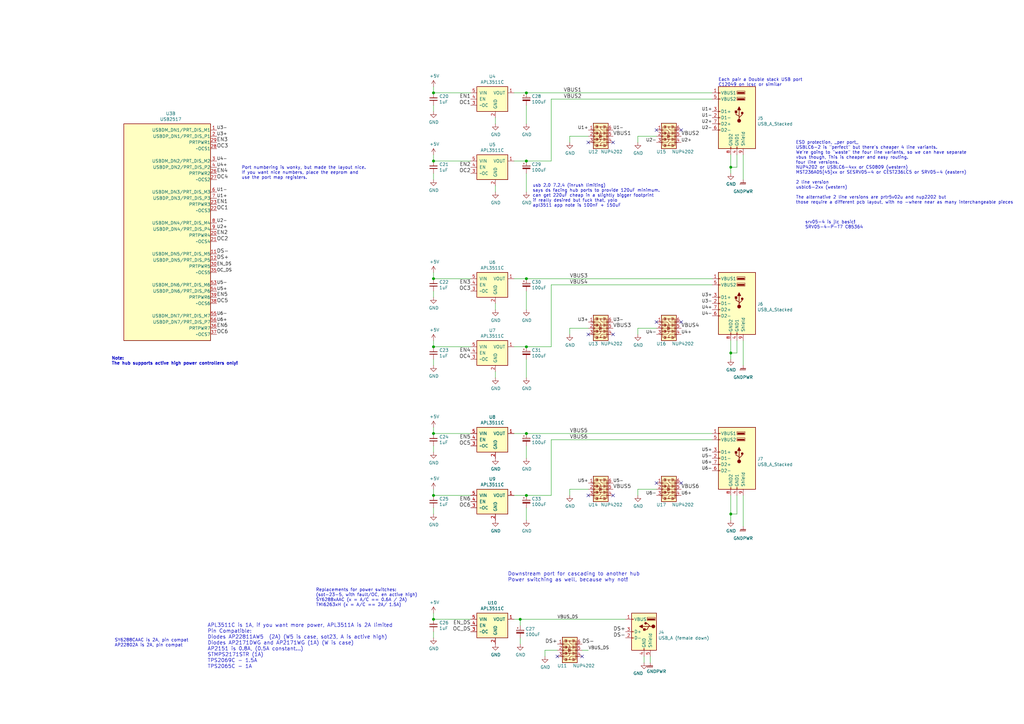
<source format=kicad_sch>
(kicad_sch (version 20211123) (generator eeschema)
  (paper "A3")
  (lib_symbols
    (symbol "Connector:USB_A" (pin_names (offset 1.016))
      (property "Reference" "J" (at -5.08 11.43 0))
      (property "Value" "USB_A" (at -5.08 8.89 0))
      (symbol "USB_A_0_1"
        (rectangle (start -5.08 -7.62) (end 5.08 7.62) (stroke (width 0.254)) (fill (type background)))
        (circle (center -3.81 2.159) (radius 0.635) (stroke (width 0.254)) (fill (type outline)))
        (rectangle (start -1.524 4.826) (end -4.318 5.334) (fill (type outline)))
        (rectangle (start -1.27 4.572) (end -4.572 5.842))
        (circle (center -0.635 3.429) (radius 0.381) (stroke (width 0.254)) (fill (type outline)))
        (rectangle (start -0.127 -7.62) (end 0.127 -6.858))
        (polyline (pts (xy -3.175 2.159) (xy -2.54 2.159) (xy -1.27 3.429) (xy -0.635 3.429)) (stroke (width 0.254)))
        (polyline (pts (xy -2.54 2.159) (xy -1.905 2.159) (xy -1.27 0.889) (xy 0 0.889)) (stroke (width 0.254)))
        (polyline (pts (xy 0.635 2.794) (xy 0.635 1.524) (xy 1.905 2.159) (xy 0.635 2.794)) (stroke (width 0.254)) (fill (type outline)))
        (rectangle (start 0.254 1.27) (end -0.508 0.508) (stroke (width 0.254)) (fill (type outline)))
        (rectangle (start 5.08 -2.667) (end 4.318 -2.413))
        (rectangle (start 5.08 -0.127) (end 4.318 0.127))
        (rectangle (start 5.08 4.953) (end 4.318 5.207))
      )
      (symbol "USB_A_1_1"
        (polyline (pts (xy -1.905 2.159) (xy 0.635 2.159)) (stroke (width 0.254)))
        (pin power_in line (at 7.62 5.08 180) (length 2.54) (name "VBUS") (number "1"))
        (pin bidirectional line (at 7.62 -2.54 180) (length 2.54) (name "D-") (number "2"))
        (pin bidirectional line (at 7.62 0 180) (length 2.54) (name "D+") (number "3"))
        (pin power_in line (at 0 -10.16 90) (length 2.54) (name "GND") (number "4"))
        (pin passive line (at -2.54 -10.16 90) (length 2.54) (name "Shield") (number "5"))
      )
    )
    (symbol "Connector:USB_A_Stacked" (pin_names (offset 1.016))
      (property "Reference" "J" (at 0 15.875 0))
      (property "Value" "USB_A_Stacked" (at 0 13.97 0))
      (symbol "USB_A_Stacked_0_1"
        (rectangle (start -7.62 12.7) (end 7.62 -12.7) (stroke (width 0.254)) (fill (type background)))
        (circle (center -2.159 1.905) (radius 0.381) (stroke (width 0.254)) (fill (type outline)))
        (circle (center -0.889 -1.27) (radius 0.635) (stroke (width 0.254)) (fill (type outline)))
        (rectangle (start -0.254 7.366) (end -3.048 7.874) (fill (type outline)))
        (rectangle (start -0.254 9.906) (end -3.048 10.414) (fill (type outline)))
        (rectangle (start -0.127 -12.7) (end 0.127 -11.938))
        (polyline (pts (xy -1.524 3.175) (xy -0.254 3.175) (xy -0.889 4.445) (xy -1.524 3.175)) (stroke (width 0.254)) (fill (type outline)))
        (polyline (pts (xy -0.889 -0.635) (xy -0.889 0) (xy -2.159 1.27) (xy -2.159 1.905)) (stroke (width 0.254)))
        (polyline (pts (xy -0.889 0) (xy -0.889 0.635) (xy 0.381 1.27) (xy 0.381 2.54)) (stroke (width 0.254)))
        (rectangle (start 0 2.794) (end 0.762 2.032) (stroke (width 0.254)) (fill (type outline)))
        (rectangle (start 0 7.112) (end -3.302 8.382))
        (rectangle (start 0 9.652) (end -3.302 10.922))
        (rectangle (start 2.413 -12.7) (end 2.667 -11.938))
        (rectangle (start 7.62 -5.207) (end 6.858 -4.953))
        (rectangle (start 7.62 -2.667) (end 6.858 -2.413))
        (rectangle (start 7.62 -0.127) (end 6.858 0.127))
        (rectangle (start 7.62 2.413) (end 6.858 2.667))
        (rectangle (start 7.62 7.493) (end 6.858 7.747))
        (rectangle (start 7.62 10.033) (end 6.858 10.287))
      )
      (symbol "USB_A_Stacked_1_1"
        (polyline (pts (xy -0.889 0.635) (xy -0.889 3.175)) (stroke (width 0.254)))
        (pin power_in line (at 10.16 10.16 180) (length 2.54) (name "VBUS1") (number "1"))
        (pin bidirectional line (at 10.16 0 180) (length 2.54) (name "D1-") (number "2"))
        (pin bidirectional line (at 10.16 2.54 180) (length 2.54) (name "D1+") (number "3"))
        (pin power_in line (at 0 -15.24 90) (length 2.54) (name "GND1") (number "4"))
        (pin power_in line (at 10.16 7.62 180) (length 2.54) (name "VBUS2") (number "5"))
        (pin bidirectional line (at 10.16 -5.08 180) (length 2.54) (name "D2-") (number "6"))
        (pin bidirectional line (at 10.16 -2.54 180) (length 2.54) (name "D2+") (number "7"))
        (pin power_in line (at 2.54 -15.24 90) (length 2.54) (name "GND2") (number "8"))
        (pin passive line (at -2.54 -15.24 90) (length 2.54) (name "Shield") (number "9"))
      )
    )
    (symbol "Device:C_Polarized_Small" (pin_numbers hide) (pin_names (offset 0.254) hide)
      (property "Reference" "C" (at 0.254 1.778 0))
      (property "Value" "C_Polarized_Small" (at 0.254 -2.032 0))
      (symbol "C_Polarized_Small_0_1"
        (rectangle (start -1.524 -0.3048) (end 1.524 -0.6858) (fill (type outline)))
        (rectangle (start -1.524 0.6858) (end 1.524 0.3048))
        (polyline (pts (xy -1.27 1.524) (xy -0.762 1.524)))
        (polyline (pts (xy -1.016 1.27) (xy -1.016 1.778)))
      )
      (symbol "C_Polarized_Small_1_1"
        (pin passive line (at 0 2.54 270) (length 1.8542) (name "~") (number "1"))
        (pin passive line (at 0 -2.54 90) (length 1.8542) (name "~") (number "2"))
      )
    )
    (symbol "Device:C_Small" (pin_numbers hide) (pin_names (offset 0.254) hide)
      (property "Reference" "C" (at 0.254 1.778 0))
      (property "Value" "C_Small" (at 0.254 -2.032 0))
      (symbol "C_Small_0_1"
        (polyline (pts (xy -1.524 -0.508) (xy 1.524 -0.508)) (stroke (width 0.3302)))
        (polyline (pts (xy -1.524 0.508) (xy 1.524 0.508)) (stroke (width 0.3048)))
      )
      (symbol "C_Small_1_1"
        (pin passive line (at 0 2.54 270) (length 2.032) (name "~") (number "1"))
        (pin passive line (at 0 -2.54 90) (length 2.032) (name "~") (number "2"))
      )
    )
    (symbol "Interface_USB:USB2517" (pin_names (offset 0.002))
      (property "Reference" "U" (at -17.78 45.72 0))
      (property "Value" "USB2517" (at 17.78 45.72 0))
      (symbol "USB2517_1_1"
        (rectangle (start -20.32 35.56) (end 22.86 -38.1) (stroke (width 0.254)) (fill (type background)))
        (pin power_in line (at 5.08 38.1 270) (length 2.54) (name "VDDA33") (number "10"))
        (pin input line (at -22.86 -2.54 0) (length 2.54) (name "CFG_SEL2") (number "13"))
        (pin bidirectional line (at 25.4 7.62 180) (length 2.54) (name "~LED_B7") (number "14"))
        (pin bidirectional line (at 25.4 -17.78 180) (length 2.54) (name "~LED_A7~/PRT_SWP7") (number "15"))
        (pin bidirectional line (at 25.4 10.16 180) (length 2.54) (name "~LED_B6") (number "16"))
        (pin bidirectional line (at 25.4 -15.24 180) (length 2.54) (name "~LED_A6~/PRT_SWP6") (number "17"))
        (pin bidirectional line (at 25.4 12.7 180) (length 2.54) (name "~LED_B5") (number "18"))
        (pin input line (at 25.4 -33.02 180) (length 2.54) (name "TEST") (number "19"))
        (pin power_in line (at -5.08 38.1 270) (length 2.54) (name "VDD33CR") (number "24"))
        (pin power_out line (at 25.4 -25.4 180) (length 2.54) (name "VDD18") (number "25"))
        (pin bidirectional line (at 25.4 -12.7 180) (length 2.54) (name "~LED_A5~/PRT_SWP5") (number "31"))
        (pin bidirectional line (at 25.4 15.24 180) (length 2.54) (name "~LED_B4") (number "32"))
        (pin bidirectional line (at 25.4 -10.16 180) (length 2.54) (name "~LED_A4~/PRT_SWP4") (number "33"))
        (pin bidirectional line (at 25.4 17.78 180) (length 2.54) (name "~LED_B3~/GANG_EN") (number "34"))
        (pin bidirectional line (at -22.86 5.08 0) (length 2.54) (name "SDA/SMBDATA/NON_REM1") (number "40"))
        (pin bidirectional line (at -22.86 2.54 0) (length 2.54) (name "SCL/SMBCLK/CFG_SEL0") (number "41"))
        (pin bidirectional line (at -22.86 0 0) (length 2.54) (name "HS_IND/CFG_SEL1") (number "42"))
        (pin input line (at -22.86 -33.02 0) (length 2.54) (name "~RESET") (number "43"))
        (pin input line (at -22.86 22.86 0) (length 2.54) (name "VBUS_DET") (number "44"))
        (pin bidirectional line (at -22.86 7.62 0) (length 2.54) (name "SUSP_IND/LOCAL_PWR/NON_REM0") (number "45"))
        (pin power_in line (at 15.24 38.1 270) (length 2.54) (name "VDD33") (number "46"))
        (pin bidirectional line (at 25.4 -7.62 180) (length 2.54) (name "~LED_A3~/PRT_SWP3") (number "47"))
        (pin bidirectional line (at 25.4 20.32 180) (length 2.54) (name "~LED_B2~/BOOST1") (number "48"))
        (pin bidirectional line (at 25.4 -5.08 180) (length 2.54) (name "~LED_A2~/PRT_SWP2") (number "49"))
        (pin power_in line (at 2.54 38.1 270) (length 2.54) (name "VDDA33") (number "5"))
        (pin bidirectional line (at 25.4 22.86 180) (length 2.54) (name "~LED_B1~/BOOST0") (number "50"))
        (pin bidirectional line (at 25.4 -2.54 180) (length 2.54) (name "~LED_A1~/PRT_SWP1") (number "51"))
        (pin power_in line (at 7.62 38.1 270) (length 2.54) (name "VDDA33") (number "52"))
        (pin power_in line (at 10.16 38.1 270) (length 2.54) (name "VDDA33") (number "57"))
        (pin bidirectional line (at -22.86 17.78 0) (length 2.54) (name "USBDM_UP") (number "58"))
        (pin bidirectional line (at -22.86 15.24 0) (length 2.54) (name "USBDP_UP") (number "59"))
        (pin output line (at -22.86 -20.32 0) (length 2.54) (name "XTAL2") (number "60"))
        (pin input clock (at -22.86 -12.7 0) (length 2.54) (name "XTAL1/CLKIN") (number "61"))
        (pin power_out line (at 25.4 -22.86 180) (length 2.54) (name "VDD18PLL") (number "62"))
        (pin input line (at 25.4 -30.48 180) (length 2.54) (name "RBIAS") (number "63"))
        (pin power_in line (at -2.54 38.1 270) (length 2.54) (name "VDD33PLL") (number "64"))
        (pin power_in line (at 0 -40.64 90) (length 2.54) (name "VSS") (number "65"))
      )
      (symbol "USB2517_2_1"
        (rectangle (start 17.78 43.18) (end -17.78 -45.72) (stroke (width 0.254)) (fill (type background)))
        (pin bidirectional line (at 20.32 40.64 180) (length 2.54) (name "USBDM_DN1/PRT_DIS_M1") (number "1"))
        (pin bidirectional line (at 20.32 -10.16 180) (length 2.54) (name "USBDM_DN5/PRT_DIS_M5") (number "11"))
        (pin bidirectional line (at 20.32 -12.7 180) (length 2.54) (name "USBDP_DN5/PRT_DIS_P5") (number "12"))
        (pin bidirectional line (at 20.32 38.1 180) (length 2.54) (name "USBDP_DN1/PRT_DIS_P1") (number "2"))
        (pin bidirectional line (at 20.32 -2.54 180) (length 2.54) (name "PRTPWR4") (number "20"))
        (pin input line (at 20.32 -5.08 180) (length 2.54) (name "~OCS4") (number "21"))
        (pin input line (at 20.32 7.62 180) (length 2.54) (name "~OCS3") (number "22"))
        (pin bidirectional line (at 20.32 10.16 180) (length 2.54) (name "PRTPWR3") (number "23"))
        (pin bidirectional line (at 20.32 22.86 180) (length 2.54) (name "PRTPWR2") (number "26"))
        (pin input line (at 20.32 20.32 180) (length 2.54) (name "~OCS2") (number "27"))
        (pin input line (at 20.32 33.02 180) (length 2.54) (name "~OCS1") (number "28"))
        (pin bidirectional line (at 20.32 35.56 180) (length 2.54) (name "PRTPWR1") (number "29"))
        (pin bidirectional line (at 20.32 27.94 180) (length 2.54) (name "USBDM_DN2/PRT_DIS_M2") (number "3"))
        (pin bidirectional line (at 20.32 -15.24 180) (length 2.54) (name "PRTPWR5") (number "30"))
        (pin input line (at 20.32 -17.78 180) (length 2.54) (name "~OCS5") (number "35"))
        (pin bidirectional line (at 20.32 -40.64 180) (length 2.54) (name "PRTPWR7") (number "36"))
        (pin input line (at 20.32 -43.18 180) (length 2.54) (name "~OCS7") (number "37"))
        (pin input line (at 20.32 -30.48 180) (length 2.54) (name "~OCS6") (number "38"))
        (pin bidirectional line (at 20.32 -27.94 180) (length 2.54) (name "PRTPWR6") (number "39"))
        (pin bidirectional line (at 20.32 25.4 180) (length 2.54) (name "USBDP_DN2/PRT_DIS_P2") (number "4"))
        (pin bidirectional line (at 20.32 -22.86 180) (length 2.54) (name "USBDM_DN6/PRT_DIS_M6") (number "53"))
        (pin bidirectional line (at 20.32 -25.4 180) (length 2.54) (name "USBDP_DN6/PRT_DIS_P6") (number "54"))
        (pin bidirectional line (at 20.32 -35.56 180) (length 2.54) (name "USBDM_DN7/PRT_DIS_M7") (number "55"))
        (pin bidirectional line (at 20.32 -38.1 180) (length 2.54) (name "USBDP_DN7/PRT_DIS_P7") (number "56"))
        (pin bidirectional line (at 20.32 15.24 180) (length 2.54) (name "USBDM_DN3/PRT_DIS_M3") (number "6"))
        (pin bidirectional line (at 20.32 12.7 180) (length 2.54) (name "USBDP_DN3/PRT_DIS_P3") (number "7"))
        (pin bidirectional line (at 20.32 2.54 180) (length 2.54) (name "USBDM_DN4/PRT_DIS_M4") (number "8"))
        (pin bidirectional line (at 20.32 0 180) (length 2.54) (name "USBDP_DN4/PRT_DIS_P4") (number "9"))
      )
    )
    (symbol "Power_Management:APL3511C" (pin_names (offset 1.016))
      (property "Reference" "U" (at 7.62 6.35 0))
      (property "Value" "APL3511C" (at 0 6.35 0))
      (symbol "APL3511C_0_1"
        (rectangle (start -5.08 5.08) (end 7.62 -5.08) (stroke (width 0.254)) (fill (type background)))
      )
      (symbol "APL3511C_1_1"
        (pin power_out line (at 10.16 2.54 180) (length 2.54) (name "VOUT") (number "1"))
        (pin power_in line (at 2.54 -7.62 90) (length 2.54) (name "GND") (number "2"))
        (pin output line (at -7.62 -2.54 0) (length 2.54) (name "~OC") (number "3"))
        (pin input line (at -7.62 0 0) (length 2.54) (name "EN") (number "4"))
        (pin power_in line (at -7.62 2.54 0) (length 2.54) (name "VIN") (number "5"))
      )
    )
    (symbol "Power_Protection:NUP4202"
      (property "Reference" "U" (at -6.985 -2.54 0))
      (property "Value" "NUP4202" (at 6.35 1.27 90))
      (symbol "NUP4202_0_1"
        (rectangle (start -5.334 3.048) (end 5.08 -3.048) (stroke (width 0.254)) (fill (type background)))
        (circle (center -3.81 0) (radius 0.127))
        (circle (center -3.81 0) (radius 0.127))
        (circle (center -1.27 -2.54) (radius 0.127))
        (circle (center -1.27 -2.54) (radius 0.127))
        (circle (center -1.27 0) (radius 0.127))
        (circle (center -1.27 0) (radius 0.127))
        (circle (center -1.27 2.54) (radius 0.127))
        (circle (center -1.27 2.54) (radius 0.127))
        (circle (center 0 -2.54) (radius 0.127))
        (circle (center 0 -2.54) (radius 0.127))
        (polyline (pts (xy -4.445 -1.27) (xy -3.175 -1.27)))
        (polyline (pts (xy -4.445 -1.27) (xy -3.175 -1.27)))
        (polyline (pts (xy -4.445 1.905) (xy -3.175 1.905)))
        (polyline (pts (xy -3.81 -2.54) (xy -3.81 -0.635)))
        (polyline (pts (xy -3.81 -2.54) (xy 3.81 -2.54)))
        (polyline (pts (xy -3.81 -0.635) (xy -3.81 0.635)))
        (polyline (pts (xy -3.81 0.635) (xy -3.81 2.54)))
        (polyline (pts (xy -3.81 2.54) (xy 3.81 2.54)))
        (polyline (pts (xy -3.81 2.54) (xy 3.81 2.54)))
        (polyline (pts (xy -1.905 -1.27) (xy -0.635 -1.27)))
        (polyline (pts (xy -1.905 -1.27) (xy -0.635 -1.27)))
        (polyline (pts (xy -1.905 1.905) (xy -0.635 1.905)))
        (polyline (pts (xy -1.27 -2.54) (xy -1.27 -0.635)))
        (polyline (pts (xy -1.27 -2.54) (xy -1.27 -0.635)))
        (polyline (pts (xy -1.27 0.635) (xy -1.27 -0.635)))
        (polyline (pts (xy -1.27 0.635) (xy -1.27 2.54)))
        (polyline (pts (xy 0 -0.889) (xy 0 -3.81)))
        (polyline (pts (xy 0 -0.889) (xy 0 1.016)))
        (polyline (pts (xy 0 -0.889) (xy 0 1.016)))
        (polyline (pts (xy 0 1.016) (xy 0 3.81)))
        (polyline (pts (xy 0.635 -1.27) (xy 1.905 -1.27)))
        (polyline (pts (xy 0.635 -1.27) (xy 1.905 -1.27)))
        (polyline (pts (xy 0.635 1.905) (xy 1.905 1.905)))
        (polyline (pts (xy 1.27 -2.54) (xy 1.27 -0.635)))
        (polyline (pts (xy 1.27 -2.54) (xy 1.27 -0.635)))
        (polyline (pts (xy 1.27 0.635) (xy 1.27 -0.635)))
        (polyline (pts (xy 1.27 0.635) (xy 1.27 2.54)))
        (polyline (pts (xy 3.175 -1.27) (xy 4.445 -1.27)))
        (polyline (pts (xy 3.175 -1.27) (xy 4.445 -1.27)))
        (polyline (pts (xy 3.175 1.905) (xy 4.445 1.905)))
        (polyline (pts (xy 3.81 -2.54) (xy 3.81 -0.635)))
        (polyline (pts (xy 3.81 0.635) (xy 3.81 -0.635)))
        (polyline (pts (xy 3.81 0.635) (xy 3.81 2.54)))
        (polyline (pts (xy 0.762 0.254) (xy -0.762 0.254) (xy -0.762 0)))
        (polyline (pts (xy -4.445 -1.905) (xy -3.175 -1.905) (xy -3.81 -1.27) (xy -4.445 -1.905)))
        (polyline (pts (xy -4.445 1.27) (xy -3.175 1.27) (xy -3.81 1.905) (xy -4.445 1.27)))
        (polyline (pts (xy -2.54 -3.81) (xy -2.54 -0.762) (xy -1.905 0) (xy -1.27 0)))
        (polyline (pts (xy -2.54 3.81) (xy -2.54 0.635) (xy -3.048 0) (xy -3.937 0)))
        (polyline (pts (xy -1.905 -1.905) (xy -0.635 -1.905) (xy -1.27 -1.27) (xy -1.905 -1.905)))
        (polyline (pts (xy -1.905 1.27) (xy -0.635 1.27) (xy -1.27 1.905) (xy -1.905 1.27)))
        (polyline (pts (xy -0.762 -0.508) (xy 0.762 -0.508) (xy 0 0.254) (xy -0.762 -0.508)))
        (polyline (pts (xy -0.762 -0.508) (xy 0.762 -0.508) (xy 0 0.254) (xy -0.762 -0.508)))
        (polyline (pts (xy 0.635 -1.905) (xy 1.905 -1.905) (xy 1.27 -1.27) (xy 0.635 -1.905)))
        (polyline (pts (xy 0.635 1.27) (xy 1.905 1.27) (xy 1.27 1.905) (xy 0.635 1.27)))
        (polyline (pts (xy 2.54 -3.81) (xy 2.54 -0.762) (xy 1.905 0) (xy 1.143 0)))
        (polyline (pts (xy 2.54 3.81) (xy 2.54 0.508) (xy 2.921 0) (xy 3.81 0)))
        (polyline (pts (xy 3.175 -1.905) (xy 4.445 -1.905) (xy 3.81 -1.27) (xy 3.175 -1.905)))
        (polyline (pts (xy 3.175 1.27) (xy 4.445 1.27) (xy 3.81 1.905) (xy 3.175 1.27)))
        (circle (center 0 2.54) (radius 0.127))
        (circle (center 0 2.54) (radius 0.127))
        (circle (center 1.27 -2.54) (radius 0.127))
        (circle (center 1.27 -2.54) (radius 0.127))
        (circle (center 1.27 0) (radius 0.127))
        (circle (center 1.27 0) (radius 0.127))
        (circle (center 1.27 2.54) (radius 0.127))
        (circle (center 1.27 2.54) (radius 0.127))
        (circle (center 3.81 0) (radius 0.127))
        (circle (center 3.81 0) (radius 0.127))
      )
      (symbol "NUP4202_1_1"
        (pin passive line (at -2.54 -5.08 90) (length 2.54) (name "~") (number "1"))
        (pin passive line (at 0 -5.08 90) (length 2.54) (name "~") (number "2"))
        (pin passive line (at 2.54 -5.08 90) (length 2.54) (name "~") (number "3"))
        (pin passive line (at 2.54 5.08 270) (length 2.54) (name "~") (number "4"))
        (pin passive line (at 0 5.08 270) (length 2.54) (name "~") (number "5"))
        (pin passive line (at -2.54 5.08 270) (length 2.54) (name "~") (number "6"))
      )
    )
    (symbol "power:+5V" (power) (pin_names (offset 0))
      (property "Value" "+5V" (at 0 3.556 0))
      (symbol "+5V_0_1"
        (polyline (pts (xy -0.762 1.27) (xy 0 2.54)))
        (polyline (pts (xy 0 0) (xy 0 2.54)))
        (polyline (pts (xy 0 2.54) (xy 0.762 1.27)))
      )
      (symbol "+5V_1_1"
        (pin power_in line (at 0 0 90) (length 0) hide (name "+5V") (number "1"))
      )
    )
    (symbol "power:GND" (power) (pin_names (offset 0))
      (property "Value" "GND" (at 0 -3.81 0))
      (symbol "GND_0_1"
        (polyline (pts (xy 0 0) (xy 0 -1.27) (xy 1.27 -1.27) (xy 0 -2.54) (xy -1.27 -1.27) (xy 0 -1.27)))
      )
      (symbol "GND_1_1"
        (pin power_in line (at 0 0 270) (length 0) hide (name "GND") (number "1"))
      )
    )
    (symbol "power:GNDPWR" (power) (pin_names (offset 0))
      (property "Value" "GNDPWR" (at 0 -3.302 0))
      (symbol "GNDPWR_0_1"
        (polyline (pts (xy 0 -1.27) (xy 0 0)))
        (polyline (pts (xy -1.016 -1.27) (xy -1.27 -2.032) (xy -1.27 -2.032)) (stroke (width 0.2032)))
        (polyline (pts (xy -0.508 -1.27) (xy -0.762 -2.032) (xy -0.762 -2.032)) (stroke (width 0.2032)))
        (polyline (pts (xy 0 -1.27) (xy -0.254 -2.032) (xy -0.254 -2.032)) (stroke (width 0.2032)))
        (polyline (pts (xy 0.508 -1.27) (xy 0.254 -2.032) (xy 0.254 -2.032)) (stroke (width 0.2032)))
        (polyline (pts (xy 1.016 -1.27) (xy -1.016 -1.27) (xy -1.016 -1.27)) (stroke (width 0.2032)))
        (polyline (pts (xy 1.016 -1.27) (xy 0.762 -2.032) (xy 0.762 -2.032) (xy 0.762 -2.032)) (stroke (width 0.2032)))
      )
      (symbol "GNDPWR_1_1"
        (pin power_in line (at 0 0 270) (length 0) hide (name "GNDPWR") (number "1"))
      )
    )
  )
  (junction (at 177.8 38.1) (diameter 1.016))
  (junction (at 177.8 142.24) (diameter 1.016))
  (junction (at 177.8 203.2) (diameter 1.016))
  (junction (at 299.72 144.78) (diameter 1.016))
  (junction (at 215.9 38.1) (diameter 1.016))
  (junction (at 215.9 142.24) (diameter 1.016))
  (junction (at 177.8 66.04) (diameter 1.016))
  (junction (at 299.72 68.58) (diameter 1.016))
  (junction (at 299.72 210.82) (diameter 1.016))
  (junction (at 215.9 66.04) (diameter 1.016))
  (junction (at 177.8 177.8) (diameter 1.016))
  (junction (at 215.9 114.3) (diameter 1.016))
  (junction (at 177.8 254) (diameter 1.016))
  (junction (at 215.9 203.2) (diameter 1.016))
  (junction (at 213.36 254) (diameter 1.016))
  (junction (at 215.9 177.8) (diameter 1.016))
  (junction (at 177.8 114.3) (diameter 1.016))
  (no_connect (at 279.4 132.08))
  (no_connect (at 279.4 198.12))
  (no_connect (at 251.46 203.2))
  (no_connect (at 251.46 137.16))
  (no_connect (at 251.46 58.42))
  (no_connect (at 279.4 53.34))
  (no_connect (at 241.3 203.2))
  (no_connect (at 238.76 269.24))
  (no_connect (at 241.3 137.16))
  (no_connect (at 269.24 198.12))
  (no_connect (at 269.24 132.08))
  (no_connect (at 269.24 53.34))
  (no_connect (at 228.6 269.24))
  (no_connect (at 241.3 58.42))
  (wire (pts (xy 299.72 213.36) (xy 299.72 210.82)))
  (wire (pts (xy 210.82 38.1) (xy 215.9 38.1)))
  (wire (pts (xy 215.9 38.1) (xy 292.1 38.1)))
  (wire (pts (xy 215.9 43.18) (xy 215.9 50.8)))
  (wire (pts (xy 226.06 40.64) (xy 226.06 66.04)))
  (wire (pts (xy 302.26 144.78) (xy 299.72 144.78)))
  (wire (pts (xy 177.8 203.2) (xy 193.04 203.2)))
  (wire (pts (xy 210.82 203.2) (xy 215.9 203.2)))
  (wire (pts (xy 215.9 203.2) (xy 226.06 203.2)))
  (wire (pts (xy 203.2 124.46) (xy 203.2 127)))
  (wire (pts (xy 223.52 266.7) (xy 223.52 269.24)))
  (wire (pts (xy 215.9 208.28) (xy 215.9 213.36)))
  (wire (pts (xy 302.26 68.58) (xy 299.72 68.58)))
  (wire (pts (xy 304.8 139.7) (xy 304.8 149.86)))
  (wire (pts (xy 241.3 134.62) (xy 233.68 134.62)))
  (wire (pts (xy 177.8 66.04) (xy 177.8 63.5)))
  (wire (pts (xy 193.04 66.04) (xy 177.8 66.04)))
  (wire (pts (xy 203.2 154.94) (xy 203.2 152.4)))
  (wire (pts (xy 203.2 78.74) (xy 203.2 76.2)))
  (wire (pts (xy 304.8 63.5) (xy 304.8 73.66)))
  (wire (pts (xy 215.9 182.88) (xy 215.9 187.96)))
  (wire (pts (xy 238.76 266.7) (xy 241.3 266.7)))
  (wire (pts (xy 261.62 134.62) (xy 261.62 137.16)))
  (wire (pts (xy 302.26 139.7) (xy 302.26 144.78)))
  (wire (pts (xy 177.8 147.32) (xy 177.8 149.86)))
  (wire (pts (xy 215.9 119.38) (xy 215.9 127)))
  (wire (pts (xy 269.24 55.88) (xy 261.62 55.88)))
  (wire (pts (xy 269.24 134.62) (xy 261.62 134.62)))
  (wire (pts (xy 269.24 200.66) (xy 261.62 200.66)))
  (wire (pts (xy 177.8 254) (xy 193.04 254)))
  (wire (pts (xy 177.8 208.28) (xy 177.8 210.82)))
  (wire (pts (xy 177.8 182.88) (xy 177.8 185.42)))
  (wire (pts (xy 177.8 43.18) (xy 177.8 45.72)))
  (wire (pts (xy 266.7 269.24) (xy 266.7 271.78)))
  (wire (pts (xy 226.06 116.84) (xy 292.1 116.84)))
  (wire (pts (xy 210.82 142.24) (xy 215.9 142.24)))
  (wire (pts (xy 215.9 142.24) (xy 226.06 142.24)))
  (wire (pts (xy 213.36 261.62) (xy 213.36 264.16)))
  (wire (pts (xy 203.2 48.26) (xy 203.2 50.8)))
  (wire (pts (xy 177.8 259.08) (xy 177.8 261.62)))
  (wire (pts (xy 226.06 116.84) (xy 226.06 142.24)))
  (wire (pts (xy 213.36 254) (xy 256.54 254)))
  (wire (pts (xy 177.8 177.8) (xy 193.04 177.8)))
  (wire (pts (xy 233.68 200.66) (xy 233.68 203.2)))
  (wire (pts (xy 241.3 55.88) (xy 233.68 55.88)))
  (wire (pts (xy 210.82 177.8) (xy 215.9 177.8)))
  (wire (pts (xy 215.9 177.8) (xy 292.1 177.8)))
  (wire (pts (xy 177.8 175.26) (xy 177.8 177.8)))
  (wire (pts (xy 215.9 71.12) (xy 215.9 78.74)))
  (wire (pts (xy 177.8 35.56) (xy 177.8 38.1)))
  (wire (pts (xy 302.26 203.2) (xy 302.26 210.82)))
  (wire (pts (xy 177.8 111.76) (xy 177.8 114.3)))
  (wire (pts (xy 215.9 147.32) (xy 215.9 154.94)))
  (wire (pts (xy 177.8 38.1) (xy 193.04 38.1)))
  (wire (pts (xy 210.82 66.04) (xy 215.9 66.04)))
  (wire (pts (xy 215.9 66.04) (xy 226.06 66.04)))
  (wire (pts (xy 226.06 180.34) (xy 292.1 180.34)))
  (wire (pts (xy 261.62 55.88) (xy 261.62 58.42)))
  (wire (pts (xy 302.26 210.82) (xy 299.72 210.82)))
  (wire (pts (xy 177.8 119.38) (xy 177.8 121.92)))
  (wire (pts (xy 233.68 134.62) (xy 233.68 137.16)))
  (wire (pts (xy 177.8 251.46) (xy 177.8 254)))
  (wire (pts (xy 299.72 71.12) (xy 299.72 68.58)))
  (wire (pts (xy 210.82 114.3) (xy 215.9 114.3)))
  (wire (pts (xy 241.3 200.66) (xy 233.68 200.66)))
  (wire (pts (xy 226.06 40.64) (xy 292.1 40.64)))
  (wire (pts (xy 177.8 71.12) (xy 177.8 73.66)))
  (wire (pts (xy 177.8 139.7) (xy 177.8 142.24)))
  (wire (pts (xy 304.8 203.2) (xy 304.8 215.9)))
  (wire (pts (xy 299.72 147.32) (xy 299.72 144.78)))
  (wire (pts (xy 215.9 114.3) (xy 292.1 114.3)))
  (wire (pts (xy 177.8 114.3) (xy 193.04 114.3)))
  (wire (pts (xy 177.8 200.66) (xy 177.8 203.2)))
  (wire (pts (xy 302.26 63.5) (xy 302.26 68.58)))
  (wire (pts (xy 213.36 254) (xy 213.36 256.54)))
  (wire (pts (xy 210.82 254) (xy 213.36 254)))
  (wire (pts (xy 264.16 269.24) (xy 264.16 271.78)))
  (wire (pts (xy 226.06 180.34) (xy 226.06 203.2)))
  (wire (pts (xy 299.72 68.58) (xy 299.72 63.5)))
  (wire (pts (xy 261.62 200.66) (xy 261.62 203.2)))
  (wire (pts (xy 233.68 55.88) (xy 233.68 58.42)))
  (wire (pts (xy 228.6 266.7) (xy 223.52 266.7)))
  (wire (pts (xy 177.8 142.24) (xy 193.04 142.24)))
  (wire (pts (xy 299.72 144.78) (xy 299.72 139.7)))
  (wire (pts (xy 299.72 210.82) (xy 299.72 203.2)))
  (text "Note:\nThe hub supports active high power controllers only!" (at 45.72 149.86 0) (effects (font (size 1.27 1.27) (thickness 0.254) bold) (justify left bottom)))
  (text "Downstream port for cascading to another hub\nPower switching as well, because why not!" (at 208.28 238.76 0) (effects (font (size 1.499 1.499)) (justify left bottom)))
  (text "srv05-4 is jlc basic!\nSRV05-4-P-T7 C85364\n" (at 330.2 93.98 0) (effects (font (size 1.27 1.27)) (justify left bottom)))
  (text "usb 2.0 7.2.4 (inrush limiting)\nsays ds facing hub ports to provide 120uF minimum.\ncan get 220uF cheap in a slightly bigger footprint\nif really desired but fuck that, yolo\napl3511 app note is 100nF + 150uF " (at 218.44 85.09 0) (effects (font (size 1.27 1.27)) (justify left bottom)))
  (text "Each pair a Double stack USB port\nC12049 on lcsc or similar" (at 294.64 35.56 0) (effects (font (size 1.27 1.27)) (justify left bottom)))
  (text "Replacements for power switches:\n(sot-23-5, with fault/OC, en active high)\nSY6288xAAC (x = A/C == 0.6A / 2A)\nTMI6263xH (x = A/C == 2A/ 1.5A)" (at 129.54 248.92 0) (effects (font (size 1.27 1.27)) (justify left bottom)))
  (text "SY6288CAAC is 2A, pin compat\nAP22802A is 2A, pin compat	\n" (at 46.99 265.43 0) (effects (font (size 1.27 1.27)) (justify left bottom)))
  (text "APL3511C is 1A, if you want more power, APL3511A is 2A limited\nPin Compatible:\nDiodes AP22811AW5  (2A) (W5 is case, sot23, A is active high)\nDiodes AP2171DWG and AP2171WG (1A) (W is case)\nAP2151 is 0.8A, (0.5A constant...)\nSTMPS2171STR (1A)\nTPS2069C - 1.5A\nTPS2065C - 1A\n" (at 85.09 274.32 0) (effects (font (size 1.4986 1.4986)) (justify left bottom)))
  (text "ESD protection, _per port_\nUSBLC6-2 is \"perfect\" but there's cheaper 4 line variants.\nWe're going to \"waste\" the four line variants, so we can have separate\nvbus though, This is cheaper and easy routing.\nfour line versions. \nNUP4202 or USBLC6-4xx or CS0809 (western)\nMST236A05[45]xx or SESRV05-4 or CEST236LC5 or SRV05-4 (eastern)\n\n2 line version\nusblc6-2xx (western)\n\nThe alternative 2 line versions are prtr5v02u and nup2202 but \nthose require a different pcb layout, with no -where near as many interchangeable pieces" (at 326.39 83.82 0) (effects (font (size 1.27 1.27)) (justify left bottom)))
  (text "Port numbering is wonky, but made the layout nice.\nIf you want nice numbers, place the eeprom and\nuse the port map registers." (at 99.06 73.66 0) (effects (font (size 1.27 1.27)) (justify left bottom)))
  (label "VBUS_DS" (at 228.6 254 0))
  (label "EN4" (at 193.04 144.78 180) (effects (font (size 1.4986 1.4986))))
  (label "VBUS6" (at 279.4 200.66 0) (effects (font (size 1.4986 1.4986))))
  (label "U4+" (at 292.1 127 180))
  (label "U2-" (at 88.9 91.44 0))
  (label "EN3" (at 193.04 116.84 180) (effects (font (size 1.4986 1.4986))))
  (label "U1-" (at 292.1 48.26 180))
  (label "EN6" (at 193.04 205.74 180) (effects (font (size 1.4986 1.4986))))
  (label "U1-" (at 251.46 53.34 0))
  (label "U1+" (at 241.3 53.34 180))
  (label "DS+" (at 256.54 259.08 180) (effects (font (size 1.4986 1.4986))))
  (label "U4-" (at 292.1 129.54 180))
  (label "U3+" (at 241.3 132.08 180))
  (label "U2-" (at 292.1 53.34 180))
  (label "U2+" (at 292.1 50.8 180))
  (label "OC6" (at 88.9 137.16 0) (effects (font (size 1.4986 1.4986))))
  (label "U3+" (at 292.1 121.92 180))
  (label "OC_DS" (at 193.04 259.08 180) (effects (font (size 1.499 1.499))))
  (label "VBUS1" (at 251.46 55.88 0) (effects (font (size 1.4986 1.4986))))
  (label "VBUS2" (at 279.4 55.88 0) (effects (font (size 1.4986 1.4986))))
  (label "VBUS3" (at 251.46 134.62 0) (effects (font (size 1.4986 1.4986))))
  (label "OC4" (at 193.04 147.32 180) (effects (font (size 1.4986 1.4986))))
  (label "EN4" (at 88.9 71.12 0) (effects (font (size 1.4986 1.4986))))
  (label "DS-" (at 238.76 264.16 0) (effects (font (size 1.4986 1.4986))))
  (label "U2+" (at 88.9 93.98 0))
  (label "VBUS6" (at 233.68 180.34 0) (effects (font (size 1.4986 1.4986))))
  (label "OC2" (at 193.04 71.12 180) (effects (font (size 1.4986 1.4986))))
  (label "U6+" (at 88.9 132.08 0))
  (label "U6-" (at 88.9 129.54 0))
  (label "U2-" (at 269.24 58.42 180))
  (label "OC5" (at 88.9 124.46 0) (effects (font (size 1.4986 1.4986))))
  (label "VBUS5" (at 251.46 200.66 0) (effects (font (size 1.4986 1.4986))))
  (label "OC4" (at 88.9 73.66 0) (effects (font (size 1.4986 1.4986))))
  (label "OC3" (at 88.9 60.96 0) (effects (font (size 1.4986 1.4986))))
  (label "EN3" (at 88.9 58.42 0) (effects (font (size 1.4986 1.4986))))
  (label "VBUS4" (at 279.4 134.62 0) (effects (font (size 1.4986 1.4986))))
  (label "U6+" (at 292.1 190.5 180))
  (label "EN5" (at 88.9 121.92 0) (effects (font (size 1.4986 1.4986))))
  (label "U5+" (at 241.3 198.12 180))
  (label "DS+" (at 88.9 106.68 0) (effects (font (size 1.4986 1.4986))))
  (label "U6+" (at 279.4 203.2 0))
  (label "U3-" (at 251.46 132.08 0))
  (label "U1+" (at 292.1 45.72 180))
  (label "VBUS3" (at 233.68 114.3 0) (effects (font (size 1.4986 1.4986))))
  (label "VBUS_DS" (at 241.3 266.7 0))
  (label "EN2" (at 88.9 96.52 0) (effects (font (size 1.4986 1.4986))))
  (label "OC_DS" (at 88.9 111.76 0))
  (label "VBUS1" (at 231.14 38.1 0) (effects (font (size 1.4986 1.4986))))
  (label "OC3" (at 193.04 119.38 180) (effects (font (size 1.4986 1.4986))))
  (label "U5+" (at 292.1 185.42 180))
  (label "EN1" (at 88.9 83.82 0) (effects (font (size 1.4986 1.4986))))
  (label "U4+" (at 279.4 137.16 0))
  (label "EN_DS" (at 193.04 256.54 180) (effects (font (size 1.499 1.499))))
  (label "VBUS5" (at 233.68 177.8 0) (effects (font (size 1.4986 1.4986))))
  (label "U6-" (at 269.24 203.2 180))
  (label "DS-" (at 256.54 261.62 180) (effects (font (size 1.4986 1.4986))))
  (label "U4-" (at 88.9 66.04 0))
  (label "VBUS4" (at 233.68 116.84 0) (effects (font (size 1.4986 1.4986))))
  (label "U1+" (at 88.9 81.28 0))
  (label "VBUS2" (at 231.14 40.64 0) (effects (font (size 1.4986 1.4986))))
  (label "OC1" (at 193.04 43.18 180) (effects (font (size 1.4986 1.4986))))
  (label "U3-" (at 292.1 124.46 180))
  (label "U6-" (at 292.1 193.04 180))
  (label "EN6" (at 88.9 134.62 0) (effects (font (size 1.4986 1.4986))))
  (label "U5+" (at 88.9 119.38 0))
  (label "EN_DS" (at 88.9 109.22 0))
  (label "OC1" (at 88.9 86.36 0) (effects (font (size 1.4986 1.4986))))
  (label "U1-" (at 88.9 78.74 0))
  (label "DS+" (at 228.6 264.16 180) (effects (font (size 1.4986 1.4986))))
  (label "EN1" (at 193.04 40.64 180) (effects (font (size 1.4986 1.4986))))
  (label "OC2" (at 88.9 99.06 0) (effects (font (size 1.4986 1.4986))))
  (label "EN2" (at 193.04 68.58 180) (effects (font (size 1.4986 1.4986))))
  (label "OC6" (at 193.04 208.28 180) (effects (font (size 1.4986 1.4986))))
  (label "U5-" (at 251.46 198.12 0))
  (label "DS-" (at 88.9 104.14 0) (effects (font (size 1.4986 1.4986))))
  (label "U3+" (at 88.9 55.88 0))
  (label "OC5" (at 193.04 182.88 180) (effects (font (size 1.4986 1.4986))))
  (label "U5-" (at 292.1 187.96 180))
  (label "U4+" (at 88.9 68.58 0))
  (label "U5-" (at 88.9 116.84 0))
  (label "U3-" (at 88.9 53.34 0))
  (label "U4-" (at 269.24 137.16 180))
  (label "EN5" (at 193.04 180.34 180) (effects (font (size 1.4986 1.4986))))
  (label "U2+" (at 279.4 58.42 0))
  (symbol (lib_id "Connector:USB_A") (at 264.16 259.08 0) (mirror y) (unit 1)
    (property "Reference" "J4" (at 270.002 259.3594 0) (effects (justify right)))
    (property "Value" "USB_A (female down)" (at 270.002 261.6708 0) (effects (justify right)))
    (property "Footprint" "Connector_USB:USB_A_Stewart_SS-52100-001_Horizontal" (effects hide))
    (property "Datasheet" " ~" (effects hide))
    (property "MPN" "902-141A1011D10100" (effects hide))
    (property "DNP" "1" (effects hide))
    (property "jlc-basic" "0" (effects hide))
    (property "lcsc#" "C42643" (effects hide))
  )
  (symbol (lib_id "Power_Management:APL3511C") (at 200.66 180.34 0) (unit 1)
    (property "Reference" "U8" (at 201.93 171.069 0))
    (property "Value" "APL3511C" (at 201.93 173.3804 0))
    (property "Footprint" "Package_TO_SOT_SMD:SOT-23-5" (effects hide))
    (property "Datasheet" "http://www.anpec.com.tw/ashx_prod_file.ashx?prod_id=458&file_path=20180420152940150.pdf&original_name=APL3511A.pdf" (effects hide))
    (property "MPN" "AP22802AW5-7" (effects hide))
    (property "jlc-basic" "0" (effects hide))
    (property "lcsc#" "C211404" (effects hide))
  )
  (symbol (lib_id "Power_Management:APL3511C") (at 200.66 205.74 0) (unit 1)
    (property "Reference" "U9" (at 201.93 196.469 0))
    (property "Value" "APL3511C" (at 201.93 198.7804 0))
    (property "Footprint" "Package_TO_SOT_SMD:SOT-23-5" (effects hide))
    (property "Datasheet" "http://www.anpec.com.tw/ashx_prod_file.ashx?prod_id=458&file_path=20180420152940150.pdf&original_name=APL3511A.pdf" (effects hide))
    (property "MPN" "AP22802AW5-7" (effects hide))
    (property "jlc-basic" "0" (effects hide))
    (property "lcsc#" "C211404" (effects hide))
  )
  (symbol (lib_id "power:GND") (at 203.2 213.36 0) (unit 1)
    (property "Reference" "#PWR056" (effects hide))
    (property "Value" "GND" (at 203.327 217.7542 0))
  )
  (symbol (lib_id "power:GND") (at 299.72 213.36 0) (unit 1)
    (property "Reference" "#PWR076" (effects hide))
    (property "Value" "GND" (at 299.847 217.7542 0))
  )
  (symbol (lib_id "power:GND") (at 299.72 147.32 0) (unit 1)
    (property "Reference" "#PWR075" (effects hide))
    (property "Value" "GND" (at 299.847 151.7142 0))
  )
  (symbol (lib_id "power:GND") (at 203.2 154.94 0) (unit 1)
    (property "Reference" "#PWR054" (effects hide))
    (property "Value" "GND" (at 203.327 159.3342 0))
  )
  (symbol (lib_id "power:GND") (at 203.2 187.96 0) (unit 1)
    (property "Reference" "#PWR055" (effects hide))
    (property "Value" "GND" (at 203.327 192.3542 0))
  )
  (symbol (lib_id "power:GND") (at 203.2 127 0) (unit 1)
    (property "Reference" "#PWR053" (effects hide))
    (property "Value" "GND" (at 203.327 131.3942 0))
  )
  (symbol (lib_id "power:GND") (at 264.16 271.78 0) (unit 1)
    (property "Reference" "#PWR072" (effects hide))
    (property "Value" "GND" (at 261.747 276.1742 0))
  )
  (symbol (lib_id "Power_Management:APL3511C") (at 200.66 144.78 0) (unit 1)
    (property "Reference" "U7" (at 201.93 135.509 0))
    (property "Value" "APL3511C" (at 201.93 137.8204 0))
    (property "Footprint" "Package_TO_SOT_SMD:SOT-23-5" (effects hide))
    (property "Datasheet" "http://www.anpec.com.tw/ashx_prod_file.ashx?prod_id=458&file_path=20180420152940150.pdf&original_name=APL3511A.pdf" (effects hide))
    (property "MPN" "AP22802AW5-7" (effects hide))
    (property "jlc-basic" "0" (effects hide))
    (property "lcsc#" "C211404" (effects hide))
  )
  (symbol (lib_id "Interface_USB:USB2517") (at 68.58 93.98 0) (unit 2)
    (property "Reference" "U3" (at 70.0278 46.5836 0))
    (property "Value" "USB2517" (at 70.0278 48.895 0))
    (property "Footprint" "Package_DFN_QFN:QFN-64-1EP_9x9mm_P0.5mm_EP4.7x4.7mm_ThermalVias" (effects hide))
    (property "Datasheet" "http://ww1.microchip.com/downloads/en/DeviceDoc/USB2517-USB2517i-Data-Sheet-00001598C.pdf" (effects hide))
    (property "MPN" "USB2517I-JZX-TR" (effects hide))
    (property "jlc-basic" "0" (effects hide))
    (property "lcsc#" "C626667" (effects hide))
  )
  (symbol (lib_id "Power_Management:APL3511C") (at 200.66 40.64 0) (unit 1)
    (property "Reference" "U4" (at 201.93 31.369 0))
    (property "Value" "APL3511C" (at 201.93 33.6804 0))
    (property "Footprint" "Package_TO_SOT_SMD:SOT-23-5" (effects hide))
    (property "Datasheet" "http://www.anpec.com.tw/ashx_prod_file.ashx?prod_id=458&file_path=20180420152940150.pdf&original_name=APL3511A.pdf" (effects hide))
    (property "MPN" "AP22802AW5-7" (effects hide))
    (property "jlc-basic" "0" (effects hide))
    (property "lcsc#" "C211404" (effects hide))
  )
  (symbol (lib_id "power:+5V") (at 177.8 35.56 0) (unit 1)
    (property "Reference" "#PWR037" (effects hide))
    (property "Value" "+5V" (at 178.181 31.1658 0))
  )
  (symbol (lib_id "power:GND") (at 203.2 78.74 0) (unit 1)
    (property "Reference" "#PWR052" (effects hide))
    (property "Value" "GND" (at 203.327 83.1342 0))
  )
  (symbol (lib_id "power:GND") (at 299.72 71.12 0) (unit 1)
    (property "Reference" "#PWR074" (effects hide))
    (property "Value" "GND" (at 299.847 75.5142 0))
  )
  (symbol (lib_id "power:GND") (at 203.2 50.8 0) (unit 1)
    (property "Reference" "#PWR051" (effects hide))
    (property "Value" "GND" (at 203.327 55.1942 0))
  )
  (symbol (lib_id "power:GND") (at 177.8 45.72 0) (unit 1)
    (property "Reference" "#PWR038" (effects hide))
    (property "Value" "GND" (at 177.927 50.1142 0))
  )
  (symbol (lib_id "Device:C_Small") (at 177.8 68.58 0) (unit 1)
    (property "Reference" "C21" (at 180.1368 67.437 0) (effects (justify left)))
    (property "Value" "1uF" (at 180.1114 69.723 0) (effects (justify left)))
    (property "Footprint" "Capacitor_SMD:C_0603_1608Metric" (effects hide))
    (property "MPN" "CL10A105KB8NNNC" (effects hide))
    (property "jlc-basic" "1" (effects hide))
    (property "lcsc#" "C15849" (effects hide))
  )
  (symbol (lib_id "power:GND") (at 177.8 73.66 0) (unit 1)
    (property "Reference" "#PWR040" (effects hide))
    (property "Value" "GND" (at 177.927 78.0542 0))
  )
  (symbol (lib_id "Device:C_Small") (at 177.8 205.74 0) (unit 1)
    (property "Reference" "C25" (at 180.1368 204.597 0) (effects (justify left)))
    (property "Value" "1uF" (at 180.1114 206.883 0) (effects (justify left)))
    (property "Footprint" "Capacitor_SMD:C_0603_1608Metric" (effects hide))
    (property "MPN" "CL10A105KB8NNNC" (effects hide))
    (property "jlc-basic" "1" (effects hide))
    (property "lcsc#" "C15849" (effects hide))
  )
  (symbol (lib_id "power:GND") (at 177.8 210.82 0) (unit 1)
    (property "Reference" "#PWR048" (effects hide))
    (property "Value" "GND" (at 177.927 215.2142 0))
  )
  (symbol (lib_id "power:+5V") (at 177.8 175.26 0) (unit 1)
    (property "Reference" "#PWR045" (effects hide))
    (property "Value" "+5V" (at 178.181 170.8658 0))
  )
  (symbol (lib_id "Device:C_Small") (at 177.8 180.34 0) (unit 1)
    (property "Reference" "C24" (at 180.1368 179.197 0) (effects (justify left)))
    (property "Value" "1uF" (at 180.1114 181.483 0) (effects (justify left)))
    (property "Footprint" "Capacitor_SMD:C_0603_1608Metric" (effects hide))
    (property "MPN" "CL10A105KB8NNNC" (effects hide))
    (property "jlc-basic" "1" (effects hide))
    (property "lcsc#" "C15849" (effects hide))
  )
  (symbol (lib_id "power:GND") (at 177.8 185.42 0) (unit 1)
    (property "Reference" "#PWR046" (effects hide))
    (property "Value" "GND" (at 177.927 189.8142 0))
  )
  (symbol (lib_id "power:+5V") (at 177.8 139.7 0) (unit 1)
    (property "Reference" "#PWR043" (effects hide))
    (property "Value" "+5V" (at 178.181 135.3058 0))
  )
  (symbol (lib_id "Device:C_Small") (at 177.8 144.78 0) (unit 1)
    (property "Reference" "C23" (at 180.1368 143.637 0) (effects (justify left)))
    (property "Value" "1uF" (at 180.1114 145.923 0) (effects (justify left)))
    (property "Footprint" "Capacitor_SMD:C_0603_1608Metric" (effects hide))
    (property "MPN" "CL10A105KB8NNNC" (effects hide))
    (property "jlc-basic" "1" (effects hide))
    (property "lcsc#" "C15849" (effects hide))
  )
  (symbol (lib_id "power:GND") (at 177.8 149.86 0) (unit 1)
    (property "Reference" "#PWR044" (effects hide))
    (property "Value" "GND" (at 177.927 154.2542 0))
  )
  (symbol (lib_id "power:+5V") (at 177.8 111.76 0) (unit 1)
    (property "Reference" "#PWR041" (effects hide))
    (property "Value" "+5V" (at 178.181 107.3658 0))
  )
  (symbol (lib_id "Device:C_Small") (at 177.8 116.84 0) (unit 1)
    (property "Reference" "C22" (at 180.1368 115.697 0) (effects (justify left)))
    (property "Value" "1uF" (at 180.1114 117.983 0) (effects (justify left)))
    (property "Footprint" "Capacitor_SMD:C_0603_1608Metric" (effects hide))
    (property "MPN" "CL10A105KB8NNNC" (effects hide))
    (property "jlc-basic" "1" (effects hide))
    (property "lcsc#" "C15849" (effects hide))
  )
  (symbol (lib_id "power:GND") (at 177.8 121.92 0) (unit 1)
    (property "Reference" "#PWR042" (effects hide))
    (property "Value" "GND" (at 177.927 126.3142 0))
  )
  (symbol (lib_id "power:GND") (at 213.36 264.16 0) (unit 1)
    (property "Reference" "#PWR058" (effects hide))
    (property "Value" "GND" (at 213.487 268.5542 0))
  )
  (symbol (lib_id "Device:C_Small") (at 177.8 40.64 0) (unit 1)
    (property "Reference" "C20" (at 180.1368 39.497 0) (effects (justify left)))
    (property "Value" "1uF" (at 180.1114 41.783 0) (effects (justify left)))
    (property "Footprint" "Capacitor_SMD:C_0603_1608Metric" (effects hide))
    (property "MPN" "CL10A105KB8NNNC" (effects hide))
    (property "jlc-basic" "1" (effects hide))
    (property "lcsc#" "C15849" (effects hide))
  )
  (symbol (lib_id "power:GND") (at 215.9 50.8 0) (unit 1)
    (property "Reference" "#PWR059" (effects hide))
    (property "Value" "GND" (at 216.027 55.1942 0))
  )
  (symbol (lib_id "power:GND") (at 215.9 78.74 0) (unit 1)
    (property "Reference" "#PWR060" (effects hide))
    (property "Value" "GND" (at 216.027 83.1342 0))
  )
  (symbol (lib_id "power:GND") (at 215.9 127 0) (unit 1)
    (property "Reference" "#PWR061" (effects hide))
    (property "Value" "GND" (at 216.027 131.3942 0))
  )
  (symbol (lib_id "power:GND") (at 215.9 154.94 0) (unit 1)
    (property "Reference" "#PWR062" (effects hide))
    (property "Value" "GND" (at 216.027 159.3342 0))
  )
  (symbol (lib_id "power:GND") (at 215.9 187.96 0) (unit 1)
    (property "Reference" "#PWR063" (effects hide))
    (property "Value" "GND" (at 216.027 192.3542 0))
  )
  (symbol (lib_id "power:GND") (at 215.9 213.36 0) (unit 1)
    (property "Reference" "#PWR064" (effects hide))
    (property "Value" "GND" (at 216.027 217.7542 0))
  )
  (symbol (lib_id "power:+5V") (at 177.8 63.5 0) (unit 1)
    (property "Reference" "#PWR039" (effects hide))
    (property "Value" "+5V" (at 178.181 59.1058 0))
  )
  (symbol (lib_id "Power_Management:APL3511C") (at 200.66 68.58 0) (unit 1)
    (property "Reference" "U5" (at 201.93 59.309 0))
    (property "Value" "APL3511C" (at 201.93 61.6204 0))
    (property "Footprint" "Package_TO_SOT_SMD:SOT-23-5" (effects hide))
    (property "Datasheet" "http://www.anpec.com.tw/ashx_prod_file.ashx?prod_id=458&file_path=20180420152940150.pdf&original_name=APL3511A.pdf" (effects hide))
    (property "MPN" "AP22802AW5-7" (effects hide))
    (property "jlc-basic" "0" (effects hide))
    (property "lcsc#" "C211404" (effects hide))
  )
  (symbol (lib_id "Power_Management:APL3511C") (at 200.66 116.84 0) (unit 1)
    (property "Reference" "U6" (at 201.93 107.569 0))
    (property "Value" "APL3511C" (at 201.93 109.8804 0))
    (property "Footprint" "Package_TO_SOT_SMD:SOT-23-5" (effects hide))
    (property "Datasheet" "http://www.anpec.com.tw/ashx_prod_file.ashx?prod_id=458&file_path=20180420152940150.pdf&original_name=APL3511A.pdf" (effects hide))
    (property "MPN" "AP22802AW5-7" (effects hide))
    (property "jlc-basic" "0" (effects hide))
    (property "lcsc#" "C211404" (effects hide))
  )
  (symbol (lib_id "power:GNDPWR") (at 304.8 149.86 0) (unit 1)
    (property "Reference" "#PWR078" (effects hide))
    (property "Value" "GNDPWR" (at 304.8 154.7368 0))
  )
  (symbol (lib_id "power:GNDPWR") (at 304.8 215.9 0) (unit 1)
    (property "Reference" "#PWR079" (effects hide))
    (property "Value" "GNDPWR" (at 304.8 220.7768 0))
  )
  (symbol (lib_id "power:GNDPWR") (at 304.8 73.66 0) (unit 1)
    (property "Reference" "#PWR077" (effects hide))
    (property "Value" "GNDPWR" (at 304.8 78.5368 0))
  )
  (symbol (lib_id "power:GNDPWR") (at 266.7 271.78 0) (unit 1)
    (property "Reference" "#PWR073" (effects hide))
    (property "Value" "GNDPWR" (at 269.24 275.3868 0))
  )
  (symbol (lib_id "Power_Protection:NUP4202") (at 274.32 55.88 270) (unit 1)
    (property "Reference" "U15" (at 269.24 62.23 90) (effects (justify left)))
    (property "Value" "NUP4202" (at 275.59 62.23 90) (effects (justify left)))
    (property "Footprint" "Package_TO_SOT_SMD:SOT-23-6" (effects hide))
    (property "Datasheet" "http://www.onsemi.com/pub_link/Collateral/NUP4202W1-D.PDF" (effects hide))
    (property "MPN" "SRV05-4-P-T7" (effects hide))
    (property "jlc-basic" "1" (effects hide))
    (property "lcsc#" "C85364" (effects hide))
  )
  (symbol (lib_id "Power_Protection:NUP4202") (at 246.38 55.88 270) (unit 1)
    (property "Reference" "U12" (at 241.3 62.23 90) (effects (justify left)))
    (property "Value" "NUP4202" (at 246.38 62.23 90) (effects (justify left)))
    (property "Footprint" "Package_TO_SOT_SMD:SOT-23-6" (effects hide))
    (property "Datasheet" "http://www.onsemi.com/pub_link/Collateral/NUP4202W1-D.PDF" (effects hide))
    (property "MPN" "SRV05-4-P-T7" (effects hide))
    (property "jlc-basic" "1" (effects hide))
    (property "lcsc#" "C85364" (effects hide))
  )
  (symbol (lib_id "power:GND") (at 233.68 58.42 0) (unit 1)
    (property "Reference" "#PWR066" (effects hide))
    (property "Value" "GND" (at 233.807 62.8142 0))
  )
  (symbol (lib_id "power:GND") (at 261.62 58.42 0) (unit 1)
    (property "Reference" "#PWR069" (effects hide))
    (property "Value" "GND" (at 261.747 62.8142 0))
  )
  (symbol (lib_id "power:GND") (at 233.68 137.16 0) (unit 1)
    (property "Reference" "#PWR067" (effects hide))
    (property "Value" "GND" (at 233.807 141.5542 0))
  )
  (symbol (lib_id "Power_Protection:NUP4202") (at 274.32 134.62 270) (unit 1)
    (property "Reference" "U16" (at 269.24 140.97 90) (effects (justify left)))
    (property "Value" "NUP4202" (at 275.59 140.97 90) (effects (justify left)))
    (property "Footprint" "Package_TO_SOT_SMD:SOT-23-6" (effects hide))
    (property "Datasheet" "http://www.onsemi.com/pub_link/Collateral/NUP4202W1-D.PDF" (effects hide))
    (property "MPN" "SRV05-4-P-T7" (effects hide))
    (property "jlc-basic" "1" (effects hide))
    (property "lcsc#" "C85364" (effects hide))
  )
  (symbol (lib_id "Power_Protection:NUP4202") (at 246.38 134.62 270) (unit 1)
    (property "Reference" "U13" (at 241.3 140.97 90) (effects (justify left)))
    (property "Value" "NUP4202" (at 246.38 140.97 90) (effects (justify left)))
    (property "Footprint" "Package_TO_SOT_SMD:SOT-23-6" (effects hide))
    (property "Datasheet" "http://www.onsemi.com/pub_link/Collateral/NUP4202W1-D.PDF" (effects hide))
    (property "MPN" "SRV05-4-P-T7" (effects hide))
    (property "jlc-basic" "1" (effects hide))
    (property "lcsc#" "C85364" (effects hide))
  )
  (symbol (lib_id "power:GND") (at 261.62 137.16 0) (unit 1)
    (property "Reference" "#PWR070" (effects hide))
    (property "Value" "GND" (at 261.747 141.5542 0))
  )
  (symbol (lib_id "Power_Protection:NUP4202") (at 246.38 200.66 270) (unit 1)
    (property "Reference" "U14" (at 241.3 207.01 90) (effects (justify left)))
    (property "Value" "NUP4202" (at 246.38 207.01 90) (effects (justify left)))
    (property "Footprint" "Package_TO_SOT_SMD:SOT-23-6" (effects hide))
    (property "Datasheet" "http://www.onsemi.com/pub_link/Collateral/NUP4202W1-D.PDF" (effects hide))
    (property "MPN" "SRV05-4-P-T7" (effects hide))
    (property "jlc-basic" "1" (effects hide))
    (property "lcsc#" "C85364" (effects hide))
  )
  (symbol (lib_id "power:GND") (at 233.68 203.2 0) (unit 1)
    (property "Reference" "#PWR068" (effects hide))
    (property "Value" "GND" (at 233.807 207.5942 0))
  )
  (symbol (lib_id "Power_Protection:NUP4202") (at 274.32 200.66 270) (unit 1)
    (property "Reference" "U17" (at 269.24 207.01 90) (effects (justify left)))
    (property "Value" "NUP4202" (at 275.59 207.01 90) (effects (justify left)))
    (property "Footprint" "Package_TO_SOT_SMD:SOT-23-6" (effects hide))
    (property "Datasheet" "http://www.onsemi.com/pub_link/Collateral/NUP4202W1-D.PDF" (effects hide))
    (property "MPN" "SRV05-4-P-T7" (effects hide))
    (property "jlc-basic" "1" (effects hide))
    (property "lcsc#" "C85364" (effects hide))
  )
  (symbol (lib_id "power:GND") (at 261.62 203.2 0) (unit 1)
    (property "Reference" "#PWR071" (effects hide))
    (property "Value" "GND" (at 261.747 207.5942 0))
  )
  (symbol (lib_id "power:GND") (at 223.52 269.24 0) (unit 1)
    (property "Reference" "#PWR065" (effects hide))
    (property "Value" "GND" (at 223.647 273.6342 0))
  )
  (symbol (lib_id "Power_Protection:NUP4202") (at 233.68 266.7 270) (unit 1)
    (property "Reference" "U11" (at 228.6 273.05 90) (effects (justify left)))
    (property "Value" "NUP4202" (at 234.95 273.05 90) (effects (justify left)))
    (property "Footprint" "Package_TO_SOT_SMD:SOT-23-6" (effects hide))
    (property "Datasheet" "http://www.onsemi.com/pub_link/Collateral/NUP4202W1-D.PDF" (effects hide))
    (property "MPN" "SRV05-4-P-T7" (effects hide))
    (property "jlc-basic" "1" (effects hide))
    (property "lcsc#" "C85364" (effects hide))
  )
  (symbol (lib_id "Connector:USB_A_Stacked") (at 302.26 124.46 0) (mirror y) (unit 1)
    (property "Reference" "J6" (at 310.6421 124.7076 0) (effects (justify right)))
    (property "Value" "USB_A_Stacked" (at 310.6421 127.0063 0) (effects (justify right)))
    (property "Footprint" "Connector_USB:USB_A_Wuerth_61400826021_Horizontal_Stacked" (effects hide))
    (property "Datasheet" " ~" (effects hide))
    (property "MPN" "907-111A1012D10200" (effects hide))
    (property "jlc-basic" "0" (effects hide))
    (property "lcsc#" "C2341" (effects hide))
    (property "DNP" "1" (effects hide))
  )
  (symbol (lib_id "power:+5V") (at 177.8 251.46 0) (unit 1)
    (property "Reference" "#PWR049" (effects hide))
    (property "Value" "+5V" (at 178.181 247.0658 0))
  )
  (symbol (lib_id "Device:C_Polarized_Small") (at 215.9 68.58 0) (unit 1)
    (property "Reference" "C29" (at 218.0591 67.4306 0) (effects (justify left)))
    (property "Value" "100uF" (at 218.059 69.729 0) (effects (justify left)))
    (property "Footprint" "Capacitor_SMD:C_1206_3216Metric" (effects hide))
    (property "MPN" "CL31A107MQHNNNE" (effects hide))
    (property "jlc-basic" "1" (effects hide))
    (property "lcsc#" "C15008" (effects hide))
  )
  (symbol (lib_id "Device:C_Polarized_Small") (at 215.9 205.74 0) (unit 1)
    (property "Reference" "C33" (at 218.0591 204.5906 0) (effects (justify left)))
    (property "Value" "100uF" (at 218.059 206.889 0) (effects (justify left)))
    (property "Footprint" "Capacitor_SMD:C_1206_3216Metric" (effects hide))
    (property "MPN" "CL31A107MQHNNNE" (effects hide))
    (property "jlc-basic" "1" (effects hide))
    (property "lcsc#" "C15008" (effects hide))
  )
  (symbol (lib_id "Connector:USB_A_Stacked") (at 302.26 48.26 0) (mirror y) (unit 1)
    (property "Reference" "J5" (at 310.6421 48.5076 0) (effects (justify right)))
    (property "Value" "USB_A_Stacked" (at 310.6421 50.8063 0) (effects (justify right)))
    (property "Footprint" "Connector_USB:USB_A_Wuerth_61400826021_Horizontal_Stacked" (effects hide))
    (property "Datasheet" " ~" (effects hide))
    (property "MPN" "907-111A1012D10200" (effects hide))
    (property "jlc-basic" "0" (effects hide))
    (property "lcsc#" "C2341" (effects hide))
    (property "DNP" "1" (effects hide))
  )
  (symbol (lib_id "Device:C_Polarized_Small") (at 215.9 40.64 0) (unit 1)
    (property "Reference" "C28" (at 218.0591 39.4906 0) (effects (justify left)))
    (property "Value" "100uF" (at 218.059 41.789 0) (effects (justify left)))
    (property "Footprint" "Capacitor_SMD:C_1206_3216Metric" (effects hide))
    (property "MPN" "CL31A107MQHNNNE" (effects hide))
    (property "jlc-basic" "1" (effects hide))
    (property "lcsc#" "C15008" (effects hide))
  )
  (symbol (lib_id "Device:C_Polarized_Small") (at 215.9 144.78 0) (unit 1)
    (property "Reference" "C31" (at 218.0591 143.6306 0) (effects (justify left)))
    (property "Value" "100uF" (at 218.059 145.929 0) (effects (justify left)))
    (property "Footprint" "Capacitor_SMD:C_1206_3216Metric" (effects hide))
    (property "MPN" "CL31A107MQHNNNE" (effects hide))
    (property "jlc-basic" "1" (effects hide))
    (property "lcsc#" "C15008" (effects hide))
  )
  (symbol (lib_id "Device:C_Small") (at 177.8 256.54 0) (unit 1)
    (property "Reference" "C26" (at 180.1368 255.397 0) (effects (justify left)))
    (property "Value" "1uF" (at 180.1114 257.683 0) (effects (justify left)))
    (property "Footprint" "Capacitor_SMD:C_0603_1608Metric" (effects hide))
    (property "MPN" "CL10A105KB8NNNC" (effects hide))
    (property "jlc-basic" "1" (effects hide))
    (property "lcsc#" "C15849" (effects hide))
  )
  (symbol (lib_id "power:+5V") (at 177.8 200.66 0) (unit 1)
    (property "Reference" "#PWR047" (effects hide))
    (property "Value" "+5V" (at 178.181 196.2658 0))
  )
  (symbol (lib_id "Power_Management:APL3511C") (at 200.66 256.54 0) (unit 1)
    (property "Reference" "U10" (at 201.93 247.269 0))
    (property "Value" "APL3511C" (at 201.93 249.5804 0))
    (property "Footprint" "Package_TO_SOT_SMD:SOT-23-5" (effects hide))
    (property "Datasheet" "http://www.anpec.com.tw/ashx_prod_file.ashx?prod_id=458&file_path=20180420152940150.pdf&original_name=APL3511A.pdf" (effects hide))
    (property "MPN" "AP22802AW5-7" (effects hide))
    (property "jlc-basic" "0" (effects hide))
    (property "lcsc#" "C211404" (effects hide))
  )
  (symbol (lib_id "Connector:USB_A_Stacked") (at 302.26 187.96 0) (mirror y) (unit 1)
    (property "Reference" "J7" (at 310.6421 188.2076 0) (effects (justify right)))
    (property "Value" "USB_A_Stacked" (at 310.6421 190.5063 0) (effects (justify right)))
    (property "Footprint" "Connector_USB:USB_A_Wuerth_61400826021_Horizontal_Stacked" (effects hide))
    (property "Datasheet" " ~" (effects hide))
    (property "MPN" "907-111A1012D10200" (effects hide))
    (property "jlc-basic" "0" (effects hide))
    (property "lcsc#" "C2341" (effects hide))
    (property "DNP" "1" (effects hide))
  )
  (symbol (lib_id "power:GND") (at 203.2 264.16 0) (unit 1)
    (property "Reference" "#PWR057" (effects hide))
    (property "Value" "GND" (at 203.327 268.5542 0))
  )
  (symbol (lib_id "Device:C_Polarized_Small") (at 215.9 116.84 0) (unit 1)
    (property "Reference" "C30" (at 218.0591 115.6906 0) (effects (justify left)))
    (property "Value" "100uF" (at 218.059 117.989 0) (effects (justify left)))
    (property "Footprint" "Capacitor_SMD:C_1206_3216Metric" (effects hide))
    (property "MPN" "CL31A107MQHNNNE" (effects hide))
    (property "jlc-basic" "1" (effects hide))
    (property "lcsc#" "C15008" (effects hide))
  )
  (symbol (lib_id "Device:C_Polarized_Small") (at 215.9 180.34 0) (unit 1)
    (property "Reference" "C32" (at 218.0591 179.1906 0) (effects (justify left)))
    (property "Value" "100uF" (at 218.059 181.489 0) (effects (justify left)))
    (property "Footprint" "Capacitor_SMD:C_1206_3216Metric" (effects hide))
    (property "MPN" "CL31A107MQHNNNE" (effects hide))
    (property "jlc-basic" "1" (effects hide))
    (property "lcsc#" "C15008" (effects hide))
  )
  (symbol (lib_id "Device:C_Polarized_Small") (at 213.36 259.08 0) (unit 1)
    (property "Reference" "C27" (at 215.5191 257.9306 0) (effects (justify left)))
    (property "Value" "100uF" (at 215.519 260.229 0) (effects (justify left)))
    (property "Footprint" "Capacitor_SMD:C_1206_3216Metric" (effects hide))
    (property "MPN" "CL31A107MQHNNNE" (effects hide))
    (property "jlc-basic" "1" (effects hide))
    (property "lcsc#" "C15008" (effects hide))
  )
  (symbol (lib_id "power:GND") (at 177.8 261.62 0) (unit 1)
    (property "Reference" "#PWR050" (effects hide))
    (property "Value" "GND" (at 177.927 266.0142 0))
  )
)
</source>
